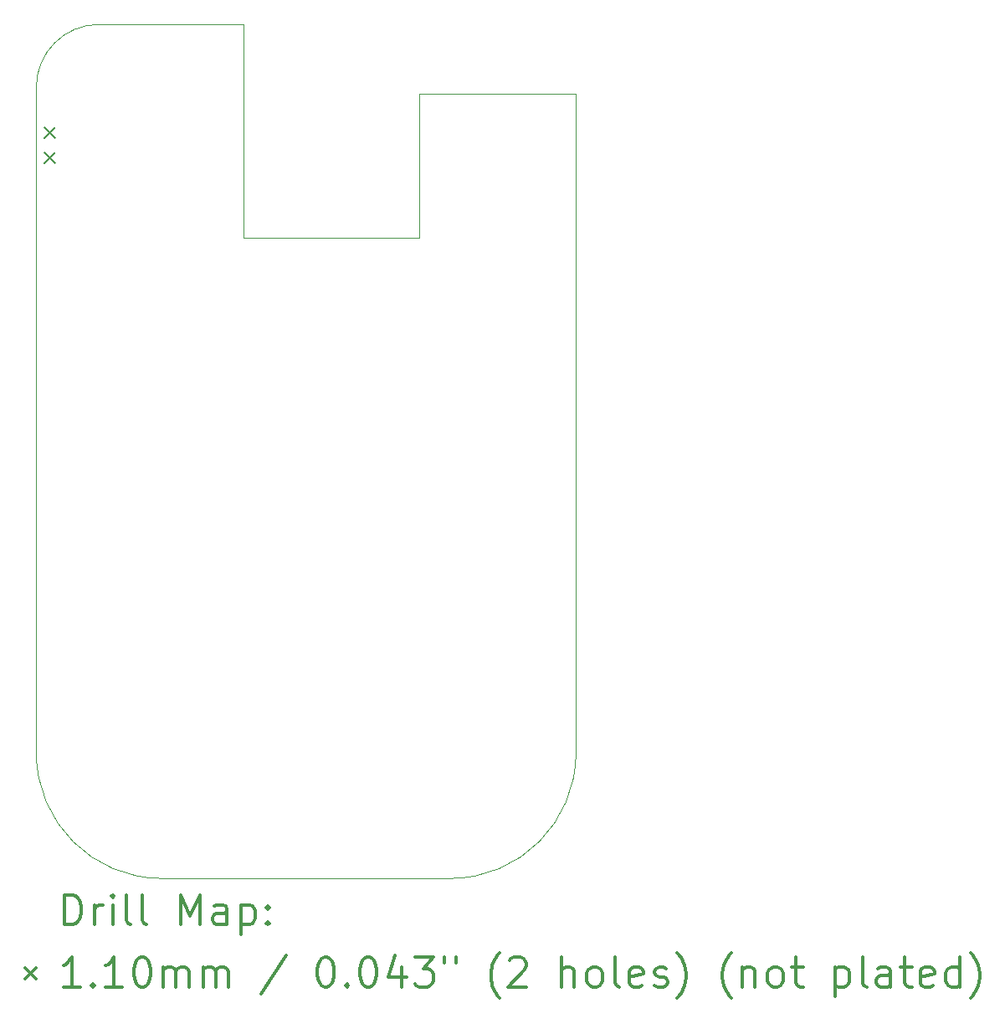
<source format=gbr>
%FSLAX45Y45*%
G04 Gerber Fmt 4.5, Leading zero omitted, Abs format (unit mm)*
G04 Created by KiCad (PCBNEW (5.1.9)-1) date 2021-06-13 14:24:20*
%MOMM*%
%LPD*%
G01*
G04 APERTURE LIST*
%TA.AperFunction,Profile*%
%ADD10C,0.002540*%
%TD*%
%ADD11C,0.200000*%
%ADD12C,0.300000*%
G04 APERTURE END LIST*
D10*
X11446510Y-11635740D02*
G75*
G03*
X12716510Y-12905740I1270000J0D01*
G01*
X15637510Y-12905740D02*
G75*
G03*
X16907510Y-11635740I0J1270000D01*
G01*
X12081510Y-4269740D02*
G75*
G03*
X11446510Y-4904740I0J-635000D01*
G01*
X13542010Y-4269740D02*
X12081510Y-4269740D01*
X13542010Y-6428740D02*
X13542010Y-4269740D01*
X15320010Y-6428740D02*
X13542010Y-6428740D01*
X15320010Y-4968240D02*
X15320010Y-6428740D01*
X16907510Y-4968240D02*
X15320010Y-4968240D01*
X16907510Y-11635740D02*
X16907510Y-4968240D01*
X12716510Y-12905740D02*
X15637510Y-12905740D01*
X11446510Y-4904740D02*
X11446510Y-11635740D01*
D11*
X11528010Y-5308240D02*
X11638010Y-5418240D01*
X11638010Y-5308240D02*
X11528010Y-5418240D01*
X11528010Y-5562240D02*
X11638010Y-5672240D01*
X11638010Y-5562240D02*
X11528010Y-5672240D01*
D12*
X11732811Y-13371581D02*
X11732811Y-13071581D01*
X11804240Y-13071581D01*
X11847097Y-13085867D01*
X11875669Y-13114438D01*
X11889954Y-13143010D01*
X11904240Y-13200153D01*
X11904240Y-13243010D01*
X11889954Y-13300153D01*
X11875669Y-13328724D01*
X11847097Y-13357296D01*
X11804240Y-13371581D01*
X11732811Y-13371581D01*
X12032811Y-13371581D02*
X12032811Y-13171581D01*
X12032811Y-13228724D02*
X12047097Y-13200153D01*
X12061383Y-13185867D01*
X12089954Y-13171581D01*
X12118526Y-13171581D01*
X12218526Y-13371581D02*
X12218526Y-13171581D01*
X12218526Y-13071581D02*
X12204240Y-13085867D01*
X12218526Y-13100153D01*
X12232811Y-13085867D01*
X12218526Y-13071581D01*
X12218526Y-13100153D01*
X12404240Y-13371581D02*
X12375669Y-13357296D01*
X12361383Y-13328724D01*
X12361383Y-13071581D01*
X12561383Y-13371581D02*
X12532811Y-13357296D01*
X12518526Y-13328724D01*
X12518526Y-13071581D01*
X12904240Y-13371581D02*
X12904240Y-13071581D01*
X13004240Y-13285867D01*
X13104240Y-13071581D01*
X13104240Y-13371581D01*
X13375669Y-13371581D02*
X13375669Y-13214438D01*
X13361383Y-13185867D01*
X13332811Y-13171581D01*
X13275669Y-13171581D01*
X13247097Y-13185867D01*
X13375669Y-13357296D02*
X13347097Y-13371581D01*
X13275669Y-13371581D01*
X13247097Y-13357296D01*
X13232811Y-13328724D01*
X13232811Y-13300153D01*
X13247097Y-13271581D01*
X13275669Y-13257296D01*
X13347097Y-13257296D01*
X13375669Y-13243010D01*
X13518526Y-13171581D02*
X13518526Y-13471581D01*
X13518526Y-13185867D02*
X13547097Y-13171581D01*
X13604240Y-13171581D01*
X13632811Y-13185867D01*
X13647097Y-13200153D01*
X13661383Y-13228724D01*
X13661383Y-13314438D01*
X13647097Y-13343010D01*
X13632811Y-13357296D01*
X13604240Y-13371581D01*
X13547097Y-13371581D01*
X13518526Y-13357296D01*
X13789954Y-13343010D02*
X13804240Y-13357296D01*
X13789954Y-13371581D01*
X13775669Y-13357296D01*
X13789954Y-13343010D01*
X13789954Y-13371581D01*
X13789954Y-13185867D02*
X13804240Y-13200153D01*
X13789954Y-13214438D01*
X13775669Y-13200153D01*
X13789954Y-13185867D01*
X13789954Y-13214438D01*
X11336383Y-13810867D02*
X11446383Y-13920867D01*
X11446383Y-13810867D02*
X11336383Y-13920867D01*
X11889954Y-14001581D02*
X11718526Y-14001581D01*
X11804240Y-14001581D02*
X11804240Y-13701581D01*
X11775669Y-13744438D01*
X11747097Y-13773010D01*
X11718526Y-13787296D01*
X12018526Y-13973010D02*
X12032811Y-13987296D01*
X12018526Y-14001581D01*
X12004240Y-13987296D01*
X12018526Y-13973010D01*
X12018526Y-14001581D01*
X12318526Y-14001581D02*
X12147097Y-14001581D01*
X12232811Y-14001581D02*
X12232811Y-13701581D01*
X12204240Y-13744438D01*
X12175669Y-13773010D01*
X12147097Y-13787296D01*
X12504240Y-13701581D02*
X12532811Y-13701581D01*
X12561383Y-13715867D01*
X12575669Y-13730153D01*
X12589954Y-13758724D01*
X12604240Y-13815867D01*
X12604240Y-13887296D01*
X12589954Y-13944438D01*
X12575669Y-13973010D01*
X12561383Y-13987296D01*
X12532811Y-14001581D01*
X12504240Y-14001581D01*
X12475669Y-13987296D01*
X12461383Y-13973010D01*
X12447097Y-13944438D01*
X12432811Y-13887296D01*
X12432811Y-13815867D01*
X12447097Y-13758724D01*
X12461383Y-13730153D01*
X12475669Y-13715867D01*
X12504240Y-13701581D01*
X12732811Y-14001581D02*
X12732811Y-13801581D01*
X12732811Y-13830153D02*
X12747097Y-13815867D01*
X12775669Y-13801581D01*
X12818526Y-13801581D01*
X12847097Y-13815867D01*
X12861383Y-13844438D01*
X12861383Y-14001581D01*
X12861383Y-13844438D02*
X12875669Y-13815867D01*
X12904240Y-13801581D01*
X12947097Y-13801581D01*
X12975669Y-13815867D01*
X12989954Y-13844438D01*
X12989954Y-14001581D01*
X13132811Y-14001581D02*
X13132811Y-13801581D01*
X13132811Y-13830153D02*
X13147097Y-13815867D01*
X13175669Y-13801581D01*
X13218526Y-13801581D01*
X13247097Y-13815867D01*
X13261383Y-13844438D01*
X13261383Y-14001581D01*
X13261383Y-13844438D02*
X13275669Y-13815867D01*
X13304240Y-13801581D01*
X13347097Y-13801581D01*
X13375669Y-13815867D01*
X13389954Y-13844438D01*
X13389954Y-14001581D01*
X13975669Y-13687296D02*
X13718526Y-14073010D01*
X14361383Y-13701581D02*
X14389954Y-13701581D01*
X14418526Y-13715867D01*
X14432811Y-13730153D01*
X14447097Y-13758724D01*
X14461383Y-13815867D01*
X14461383Y-13887296D01*
X14447097Y-13944438D01*
X14432811Y-13973010D01*
X14418526Y-13987296D01*
X14389954Y-14001581D01*
X14361383Y-14001581D01*
X14332811Y-13987296D01*
X14318526Y-13973010D01*
X14304240Y-13944438D01*
X14289954Y-13887296D01*
X14289954Y-13815867D01*
X14304240Y-13758724D01*
X14318526Y-13730153D01*
X14332811Y-13715867D01*
X14361383Y-13701581D01*
X14589954Y-13973010D02*
X14604240Y-13987296D01*
X14589954Y-14001581D01*
X14575669Y-13987296D01*
X14589954Y-13973010D01*
X14589954Y-14001581D01*
X14789954Y-13701581D02*
X14818526Y-13701581D01*
X14847097Y-13715867D01*
X14861383Y-13730153D01*
X14875669Y-13758724D01*
X14889954Y-13815867D01*
X14889954Y-13887296D01*
X14875669Y-13944438D01*
X14861383Y-13973010D01*
X14847097Y-13987296D01*
X14818526Y-14001581D01*
X14789954Y-14001581D01*
X14761383Y-13987296D01*
X14747097Y-13973010D01*
X14732811Y-13944438D01*
X14718526Y-13887296D01*
X14718526Y-13815867D01*
X14732811Y-13758724D01*
X14747097Y-13730153D01*
X14761383Y-13715867D01*
X14789954Y-13701581D01*
X15147097Y-13801581D02*
X15147097Y-14001581D01*
X15075669Y-13687296D02*
X15004240Y-13901581D01*
X15189954Y-13901581D01*
X15275669Y-13701581D02*
X15461383Y-13701581D01*
X15361383Y-13815867D01*
X15404240Y-13815867D01*
X15432811Y-13830153D01*
X15447097Y-13844438D01*
X15461383Y-13873010D01*
X15461383Y-13944438D01*
X15447097Y-13973010D01*
X15432811Y-13987296D01*
X15404240Y-14001581D01*
X15318526Y-14001581D01*
X15289954Y-13987296D01*
X15275669Y-13973010D01*
X15575669Y-13701581D02*
X15575669Y-13758724D01*
X15689954Y-13701581D02*
X15689954Y-13758724D01*
X16132811Y-14115867D02*
X16118526Y-14101581D01*
X16089954Y-14058724D01*
X16075669Y-14030153D01*
X16061383Y-13987296D01*
X16047097Y-13915867D01*
X16047097Y-13858724D01*
X16061383Y-13787296D01*
X16075669Y-13744438D01*
X16089954Y-13715867D01*
X16118526Y-13673010D01*
X16132811Y-13658724D01*
X16232811Y-13730153D02*
X16247097Y-13715867D01*
X16275669Y-13701581D01*
X16347097Y-13701581D01*
X16375669Y-13715867D01*
X16389954Y-13730153D01*
X16404240Y-13758724D01*
X16404240Y-13787296D01*
X16389954Y-13830153D01*
X16218526Y-14001581D01*
X16404240Y-14001581D01*
X16761383Y-14001581D02*
X16761383Y-13701581D01*
X16889954Y-14001581D02*
X16889954Y-13844438D01*
X16875669Y-13815867D01*
X16847097Y-13801581D01*
X16804240Y-13801581D01*
X16775669Y-13815867D01*
X16761383Y-13830153D01*
X17075669Y-14001581D02*
X17047097Y-13987296D01*
X17032811Y-13973010D01*
X17018526Y-13944438D01*
X17018526Y-13858724D01*
X17032811Y-13830153D01*
X17047097Y-13815867D01*
X17075669Y-13801581D01*
X17118526Y-13801581D01*
X17147097Y-13815867D01*
X17161383Y-13830153D01*
X17175669Y-13858724D01*
X17175669Y-13944438D01*
X17161383Y-13973010D01*
X17147097Y-13987296D01*
X17118526Y-14001581D01*
X17075669Y-14001581D01*
X17347097Y-14001581D02*
X17318526Y-13987296D01*
X17304240Y-13958724D01*
X17304240Y-13701581D01*
X17575669Y-13987296D02*
X17547097Y-14001581D01*
X17489954Y-14001581D01*
X17461383Y-13987296D01*
X17447097Y-13958724D01*
X17447097Y-13844438D01*
X17461383Y-13815867D01*
X17489954Y-13801581D01*
X17547097Y-13801581D01*
X17575669Y-13815867D01*
X17589954Y-13844438D01*
X17589954Y-13873010D01*
X17447097Y-13901581D01*
X17704240Y-13987296D02*
X17732811Y-14001581D01*
X17789954Y-14001581D01*
X17818526Y-13987296D01*
X17832811Y-13958724D01*
X17832811Y-13944438D01*
X17818526Y-13915867D01*
X17789954Y-13901581D01*
X17747097Y-13901581D01*
X17718526Y-13887296D01*
X17704240Y-13858724D01*
X17704240Y-13844438D01*
X17718526Y-13815867D01*
X17747097Y-13801581D01*
X17789954Y-13801581D01*
X17818526Y-13815867D01*
X17932811Y-14115867D02*
X17947097Y-14101581D01*
X17975669Y-14058724D01*
X17989954Y-14030153D01*
X18004240Y-13987296D01*
X18018526Y-13915867D01*
X18018526Y-13858724D01*
X18004240Y-13787296D01*
X17989954Y-13744438D01*
X17975669Y-13715867D01*
X17947097Y-13673010D01*
X17932811Y-13658724D01*
X18475669Y-14115867D02*
X18461383Y-14101581D01*
X18432811Y-14058724D01*
X18418526Y-14030153D01*
X18404240Y-13987296D01*
X18389954Y-13915867D01*
X18389954Y-13858724D01*
X18404240Y-13787296D01*
X18418526Y-13744438D01*
X18432811Y-13715867D01*
X18461383Y-13673010D01*
X18475669Y-13658724D01*
X18589954Y-13801581D02*
X18589954Y-14001581D01*
X18589954Y-13830153D02*
X18604240Y-13815867D01*
X18632811Y-13801581D01*
X18675669Y-13801581D01*
X18704240Y-13815867D01*
X18718526Y-13844438D01*
X18718526Y-14001581D01*
X18904240Y-14001581D02*
X18875669Y-13987296D01*
X18861383Y-13973010D01*
X18847097Y-13944438D01*
X18847097Y-13858724D01*
X18861383Y-13830153D01*
X18875669Y-13815867D01*
X18904240Y-13801581D01*
X18947097Y-13801581D01*
X18975669Y-13815867D01*
X18989954Y-13830153D01*
X19004240Y-13858724D01*
X19004240Y-13944438D01*
X18989954Y-13973010D01*
X18975669Y-13987296D01*
X18947097Y-14001581D01*
X18904240Y-14001581D01*
X19089954Y-13801581D02*
X19204240Y-13801581D01*
X19132811Y-13701581D02*
X19132811Y-13958724D01*
X19147097Y-13987296D01*
X19175669Y-14001581D01*
X19204240Y-14001581D01*
X19532811Y-13801581D02*
X19532811Y-14101581D01*
X19532811Y-13815867D02*
X19561383Y-13801581D01*
X19618526Y-13801581D01*
X19647097Y-13815867D01*
X19661383Y-13830153D01*
X19675669Y-13858724D01*
X19675669Y-13944438D01*
X19661383Y-13973010D01*
X19647097Y-13987296D01*
X19618526Y-14001581D01*
X19561383Y-14001581D01*
X19532811Y-13987296D01*
X19847097Y-14001581D02*
X19818526Y-13987296D01*
X19804240Y-13958724D01*
X19804240Y-13701581D01*
X20089954Y-14001581D02*
X20089954Y-13844438D01*
X20075669Y-13815867D01*
X20047097Y-13801581D01*
X19989954Y-13801581D01*
X19961383Y-13815867D01*
X20089954Y-13987296D02*
X20061383Y-14001581D01*
X19989954Y-14001581D01*
X19961383Y-13987296D01*
X19947097Y-13958724D01*
X19947097Y-13930153D01*
X19961383Y-13901581D01*
X19989954Y-13887296D01*
X20061383Y-13887296D01*
X20089954Y-13873010D01*
X20189954Y-13801581D02*
X20304240Y-13801581D01*
X20232811Y-13701581D02*
X20232811Y-13958724D01*
X20247097Y-13987296D01*
X20275669Y-14001581D01*
X20304240Y-14001581D01*
X20518526Y-13987296D02*
X20489954Y-14001581D01*
X20432811Y-14001581D01*
X20404240Y-13987296D01*
X20389954Y-13958724D01*
X20389954Y-13844438D01*
X20404240Y-13815867D01*
X20432811Y-13801581D01*
X20489954Y-13801581D01*
X20518526Y-13815867D01*
X20532811Y-13844438D01*
X20532811Y-13873010D01*
X20389954Y-13901581D01*
X20789954Y-14001581D02*
X20789954Y-13701581D01*
X20789954Y-13987296D02*
X20761383Y-14001581D01*
X20704240Y-14001581D01*
X20675669Y-13987296D01*
X20661383Y-13973010D01*
X20647097Y-13944438D01*
X20647097Y-13858724D01*
X20661383Y-13830153D01*
X20675669Y-13815867D01*
X20704240Y-13801581D01*
X20761383Y-13801581D01*
X20789954Y-13815867D01*
X20904240Y-14115867D02*
X20918526Y-14101581D01*
X20947097Y-14058724D01*
X20961383Y-14030153D01*
X20975669Y-13987296D01*
X20989954Y-13915867D01*
X20989954Y-13858724D01*
X20975669Y-13787296D01*
X20961383Y-13744438D01*
X20947097Y-13715867D01*
X20918526Y-13673010D01*
X20904240Y-13658724D01*
M02*

</source>
